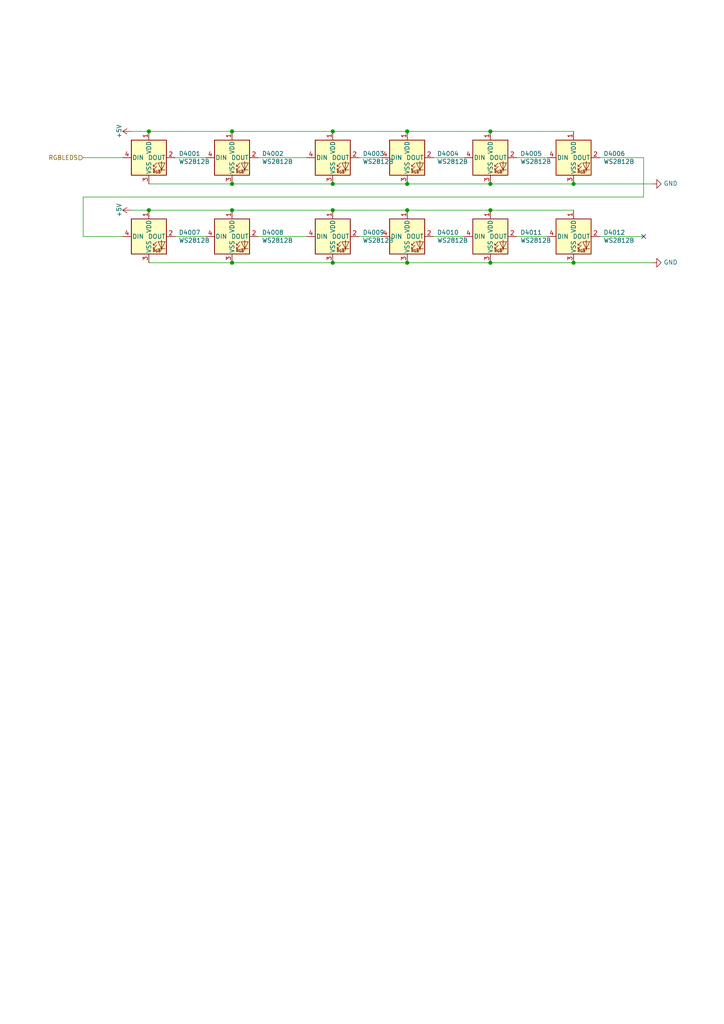
<source format=kicad_sch>
(kicad_sch (version 20230121) (generator eeschema)
  (paper "A4" portrait)
  (title_block (title "ValKey") (date "2022-09-02") (rev "0.3") (company "Thomas Schwery") (comment 1 "ValKey TKL Keyboard"))
  (lib_symbols
    (symbol "LED:WS2812B" (pin_names (offset 0.254))
      (property "Reference" "D" (at 5.08 5.715 0))
      (property "Value" "WS2812B" (at 1.27 -5.715 0))
      (symbol "WS2812B_0_0"
        (text "RGB" (at 2.286 -4.191 0) (effects (font (size 0.762 0.762))))
      )
      (symbol "WS2812B_0_1"
        (polyline (pts (xy 1.27 -3.556) (xy 1.778 -3.556)))
        (polyline (pts (xy 1.27 -2.54) (xy 1.778 -2.54)))
        (polyline (pts (xy 4.699 -3.556) (xy 2.667 -3.556)))
        (polyline (pts (xy 2.286 -2.54) (xy 1.27 -3.556) (xy 1.27 -3.048)))
        (polyline (pts (xy 2.286 -1.524) (xy 1.27 -2.54) (xy 1.27 -2.032)))
        (polyline (pts (xy 3.683 -1.016) (xy 3.683 -3.556) (xy 3.683 -4.064)))
        (polyline (pts (xy 4.699 -1.524) (xy 2.667 -1.524) (xy 3.683 -3.556) (xy 4.699 -1.524)))
        (rectangle (start 5.08 5.08) (end -5.08 -5.08) (stroke (width 0.254)) (fill (type background)))
      )
      (symbol "WS2812B_1_1"
        (pin power_in line (at 0 7.62 270) (length 2.54) (name "VDD") (number "1"))
        (pin output line (at 7.62 0 180) (length 2.54) (name "DOUT") (number "2"))
        (pin power_in line (at 0 -7.62 90) (length 2.54) (name "VSS") (number "3"))
        (pin input line (at -7.62 0 0) (length 2.54) (name "DIN") (number "4"))
      )
    )
    (symbol "power:+5V" (power) (pin_names (offset 0))
      (property "Value" "+5V" (at 0 3.556 0))
      (symbol "+5V_0_1"
        (polyline (pts (xy -0.762 1.27) (xy 0 2.54)))
        (polyline (pts (xy 0 0) (xy 0 2.54)))
        (polyline (pts (xy 0 2.54) (xy 0.762 1.27)))
      )
      (symbol "+5V_1_1"
        (pin power_in line (at 0 0 90) (length 0) hide (name "+5V") (number "1"))
      )
    )
    (symbol "power:GND" (power) (pin_names (offset 0))
      (property "Value" "GND" (at 0 -3.81 0))
      (symbol "GND_0_1"
        (polyline (pts (xy 0 0) (xy 0 -1.27) (xy 1.27 -1.27) (xy 0 -2.54) (xy -1.27 -1.27) (xy 0 -1.27)))
      )
      (symbol "GND_1_1"
        (pin power_in line (at 0 0 270) (length 0) hide (name "GND") (number "1"))
      )
    )
  )
  (junction (at 67.31 38.1) (diameter 1.016))
  (junction (at 142.24 60.96) (diameter 1.016))
  (junction (at 67.31 76.2) (diameter 1.016))
  (junction (at 96.52 38.1) (diameter 1.016))
  (junction (at 118.11 38.1) (diameter 1.016))
  (junction (at 96.52 60.96) (diameter 1.016))
  (junction (at 142.24 76.2) (diameter 1.016))
  (junction (at 166.37 53.34) (diameter 1.016))
  (junction (at 67.31 60.96) (diameter 1.016))
  (junction (at 43.18 38.1) (diameter 1.016))
  (junction (at 166.37 76.2) (diameter 1.016))
  (junction (at 118.11 60.96) (diameter 1.016))
  (junction (at 118.11 76.2) (diameter 1.016))
  (junction (at 142.24 38.1) (diameter 1.016))
  (junction (at 43.18 60.96) (diameter 1.016))
  (junction (at 96.52 76.2) (diameter 1.016))
  (junction (at 96.52 53.34) (diameter 1.016))
  (junction (at 142.24 53.34) (diameter 1.016))
  (junction (at 67.31 53.34) (diameter 1.016))
  (junction (at 118.11 53.34) (diameter 1.016))
  (no_connect (at 186.69 68.58))
  (wire (pts (xy 118.11 38.1) (xy 142.24 38.1)))
  (wire (pts (xy 67.31 53.34) (xy 96.52 53.34)))
  (wire (pts (xy 96.52 38.1) (xy 118.11 38.1)))
  (wire (pts (xy 38.1 38.1) (xy 43.18 38.1)))
  (wire (pts (xy 96.52 76.2) (xy 118.11 76.2)))
  (wire (pts (xy 118.11 76.2) (xy 142.24 76.2)))
  (wire (pts (xy 104.14 68.58) (xy 110.49 68.58)))
  (wire (pts (xy 24.13 45.72) (xy 35.56 45.72)))
  (wire (pts (xy 43.18 76.2) (xy 67.31 76.2)))
  (wire (pts (xy 67.31 76.2) (xy 96.52 76.2)))
  (wire (pts (xy 24.13 68.58) (xy 35.56 68.58)))
  (wire (pts (xy 149.86 68.58) (xy 158.75 68.58)))
  (wire (pts (xy 67.31 60.96) (xy 96.52 60.96)))
  (wire (pts (xy 173.99 45.72) (xy 186.69 45.72)))
  (wire (pts (xy 74.93 45.72) (xy 88.9 45.72)))
  (wire (pts (xy 38.1 60.96) (xy 43.18 60.96)))
  (wire (pts (xy 186.69 57.15) (xy 24.13 57.15)))
  (wire (pts (xy 43.18 53.34) (xy 67.31 53.34)))
  (wire (pts (xy 96.52 53.34) (xy 118.11 53.34)))
  (wire (pts (xy 173.99 68.58) (xy 186.69 68.58)))
  (wire (pts (xy 149.86 45.72) (xy 158.75 45.72)))
  (wire (pts (xy 142.24 53.34) (xy 166.37 53.34)))
  (wire (pts (xy 142.24 60.96) (xy 166.37 60.96)))
  (wire (pts (xy 125.73 68.58) (xy 134.62 68.58)))
  (wire (pts (xy 67.31 38.1) (xy 96.52 38.1)))
  (wire (pts (xy 50.8 45.72) (xy 59.69 45.72)))
  (wire (pts (xy 96.52 60.96) (xy 118.11 60.96)))
  (wire (pts (xy 118.11 60.96) (xy 142.24 60.96)))
  (wire (pts (xy 118.11 53.34) (xy 142.24 53.34)))
  (wire (pts (xy 43.18 60.96) (xy 67.31 60.96)))
  (wire (pts (xy 186.69 45.72) (xy 186.69 57.15)))
  (wire (pts (xy 50.8 68.58) (xy 59.69 68.58)))
  (wire (pts (xy 166.37 76.2) (xy 189.23 76.2)))
  (wire (pts (xy 104.14 45.72) (xy 110.49 45.72)))
  (wire (pts (xy 142.24 38.1) (xy 166.37 38.1)))
  (wire (pts (xy 24.13 57.15) (xy 24.13 68.58)))
  (wire (pts (xy 125.73 45.72) (xy 134.62 45.72)))
  (wire (pts (xy 43.18 38.1) (xy 67.31 38.1)))
  (wire (pts (xy 74.93 68.58) (xy 88.9 68.58)))
  (wire (pts (xy 166.37 53.34) (xy 189.23 53.34)))
  (wire (pts (xy 142.24 76.2) (xy 166.37 76.2)))
  (hierarchical_label "RGBLEDS" (shape input) (at 24.13 45.72 180))
  (symbol (lib_id "power:GND") (at 189.23 76.2 90) (unit 1)
    (property "Reference" "#PWR04004" (effects hide))
    (property "Value" "GND" (at 192.4812 76.073 90) (effects (justify right)))
  )
  (symbol (lib_id "LED:WS2812B") (at 142.24 68.58 0) (unit 1)
    (property "Reference" "D4011" (at 150.9014 67.4116 0) (effects (justify left)))
    (property "Value" "WS2812B" (at 150.9014 69.723 0) (effects (justify left)))
    (property "Footprint" "LED_SMD:LED_WS2812B_PLCC4_5.0x5.0mm_P3.2mm" (effects hide))
    (property "Datasheet" "https://datasheet.lcsc.com/szlcsc/Worldsemi-WS2812B_C114585.pdf" (effects hide))
    (property "LCSC" "C114585" (effects hide))
  )
  (symbol (lib_id "LED:WS2812B") (at 118.11 68.58 0) (unit 1)
    (property "Reference" "D4010" (at 126.7714 67.4116 0) (effects (justify left)))
    (property "Value" "WS2812B" (at 126.7714 69.723 0) (effects (justify left)))
    (property "Footprint" "LED_SMD:LED_WS2812B_PLCC4_5.0x5.0mm_P3.2mm" (effects hide))
    (property "Datasheet" "https://datasheet.lcsc.com/szlcsc/Worldsemi-WS2812B_C114585.pdf" (effects hide))
    (property "LCSC" "C114585" (effects hide))
  )
  (symbol (lib_id "LED:WS2812B") (at 166.37 68.58 0) (unit 1)
    (property "Reference" "D4012" (at 175.0314 67.4116 0) (effects (justify left)))
    (property "Value" "WS2812B" (at 175.0314 69.723 0) (effects (justify left)))
    (property "Footprint" "LED_SMD:LED_WS2812B_PLCC4_5.0x5.0mm_P3.2mm" (effects hide))
    (property "Datasheet" "https://datasheet.lcsc.com/szlcsc/Worldsemi-WS2812B_C114585.pdf" (effects hide))
    (property "LCSC" "C114585" (effects hide))
  )
  (symbol (lib_id "LED:WS2812B") (at 67.31 68.58 0) (unit 1)
    (property "Reference" "D4008" (at 75.9714 67.4116 0) (effects (justify left)))
    (property "Value" "WS2812B" (at 75.9714 69.723 0) (effects (justify left)))
    (property "Footprint" "LED_SMD:LED_WS2812B_PLCC4_5.0x5.0mm_P3.2mm" (effects hide))
    (property "Datasheet" "https://datasheet.lcsc.com/szlcsc/Worldsemi-WS2812B_C114585.pdf" (effects hide))
    (property "LCSC" "C114585" (effects hide))
  )
  (symbol (lib_id "LED:WS2812B") (at 43.18 68.58 0) (unit 1)
    (property "Reference" "D4007" (at 51.8414 67.4116 0) (effects (justify left)))
    (property "Value" "WS2812B" (at 51.8414 69.723 0) (effects (justify left)))
    (property "Footprint" "LED_SMD:LED_WS2812B_PLCC4_5.0x5.0mm_P3.2mm" (effects hide))
    (property "Datasheet" "https://datasheet.lcsc.com/szlcsc/Worldsemi-WS2812B_C114585.pdf" (effects hide))
    (property "LCSC" "C114585" (effects hide))
  )
  (symbol (lib_id "LED:WS2812B") (at 96.52 68.58 0) (unit 1)
    (property "Reference" "D4009" (at 105.1814 67.4116 0) (effects (justify left)))
    (property "Value" "WS2812B" (at 105.1814 69.723 0) (effects (justify left)))
    (property "Footprint" "LED_SMD:LED_WS2812B_PLCC4_5.0x5.0mm_P3.2mm" (effects hide))
    (property "Datasheet" "https://datasheet.lcsc.com/szlcsc/Worldsemi-WS2812B_C114585.pdf" (effects hide))
    (property "LCSC" "C114585" (effects hide))
  )
  (symbol (lib_id "power:+5V") (at 38.1 60.96 90) (unit 1)
    (property "Reference" "#PWR04003" (effects hide))
    (property "Value" "+5V" (at 34.544 60.96 0))
  )
  (symbol (lib_id "LED:WS2812B") (at 43.18 45.72 0) (unit 1)
    (property "Reference" "D4001" (at 51.8414 44.5516 0) (effects (justify left)))
    (property "Value" "WS2812B" (at 51.8414 46.863 0) (effects (justify left)))
    (property "Footprint" "LED_SMD:LED_WS2812B_PLCC4_5.0x5.0mm_P3.2mm" (effects hide))
    (property "Datasheet" "https://datasheet.lcsc.com/szlcsc/Worldsemi-WS2812B_C114585.pdf" (effects hide))
    (property "LCSC" "C114585" (effects hide))
  )
  (symbol (lib_id "LED:WS2812B") (at 166.37 45.72 0) (unit 1)
    (property "Reference" "D4006" (at 175.0314 44.5516 0) (effects (justify left)))
    (property "Value" "WS2812B" (at 175.0314 46.863 0) (effects (justify left)))
    (property "Footprint" "LED_SMD:LED_WS2812B_PLCC4_5.0x5.0mm_P3.2mm" (effects hide))
    (property "Datasheet" "https://datasheet.lcsc.com/szlcsc/Worldsemi-WS2812B_C114585.pdf" (effects hide))
    (property "LCSC" "C114585" (effects hide))
  )
  (symbol (lib_id "LED:WS2812B") (at 96.52 45.72 0) (unit 1)
    (property "Reference" "D4003" (at 105.1814 44.5516 0) (effects (justify left)))
    (property "Value" "WS2812B" (at 105.1814 46.863 0) (effects (justify left)))
    (property "Footprint" "LED_SMD:LED_WS2812B_PLCC4_5.0x5.0mm_P3.2mm" (effects hide))
    (property "Datasheet" "https://datasheet.lcsc.com/szlcsc/Worldsemi-WS2812B_C114585.pdf" (effects hide))
    (property "LCSC" "C114585" (effects hide))
  )
  (symbol (lib_id "power:+5V") (at 38.1 38.1 90) (unit 1)
    (property "Reference" "#PWR04001" (effects hide))
    (property "Value" "+5V" (at 34.544 38.1 0))
  )
  (symbol (lib_id "power:GND") (at 189.23 53.34 90) (unit 1)
    (property "Reference" "#PWR04002" (effects hide))
    (property "Value" "GND" (at 192.4812 53.213 90) (effects (justify right)))
  )
  (symbol (lib_id "LED:WS2812B") (at 142.24 45.72 0) (unit 1)
    (property "Reference" "D4005" (at 150.9014 44.5516 0) (effects (justify left)))
    (property "Value" "WS2812B" (at 150.9014 46.863 0) (effects (justify left)))
    (property "Footprint" "LED_SMD:LED_WS2812B_PLCC4_5.0x5.0mm_P3.2mm" (effects hide))
    (property "Datasheet" "https://datasheet.lcsc.com/szlcsc/Worldsemi-WS2812B_C114585.pdf" (effects hide))
    (property "LCSC" "C114585" (effects hide))
  )
  (symbol (lib_id "LED:WS2812B") (at 118.11 45.72 0) (unit 1)
    (property "Reference" "D4004" (at 126.7714 44.5516 0) (effects (justify left)))
    (property "Value" "WS2812B" (at 126.7714 46.863 0) (effects (justify left)))
    (property "Footprint" "LED_SMD:LED_WS2812B_PLCC4_5.0x5.0mm_P3.2mm" (effects hide))
    (property "Datasheet" "https://datasheet.lcsc.com/szlcsc/Worldsemi-WS2812B_C114585.pdf" (effects hide))
    (property "LCSC" "C114585" (effects hide))
  )
  (symbol (lib_id "LED:WS2812B") (at 67.31 45.72 0) (unit 1)
    (property "Reference" "D4002" (at 75.9714 44.5516 0) (effects (justify left)))
    (property "Value" "WS2812B" (at 75.9714 46.863 0) (effects (justify left)))
    (property "Footprint" "LED_SMD:LED_WS2812B_PLCC4_5.0x5.0mm_P3.2mm" (effects hide))
    (property "Datasheet" "https://datasheet.lcsc.com/szlcsc/Worldsemi-WS2812B_C114585.pdf" (effects hide))
    (property "LCSC" "C114585" (effects hide))
  )
)
</source>
